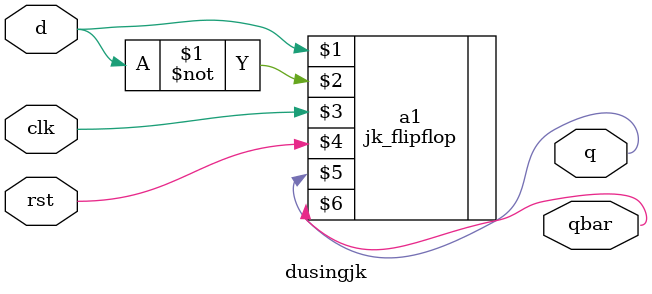
<source format=v>
`timescale 1ns / 1ps


module dusingjk(
    input d,clk,rst,
    output q,qbar
    );
    jk_flipflop a1(d,~d,clk,rst,q,qbar);
endmodule

</source>
